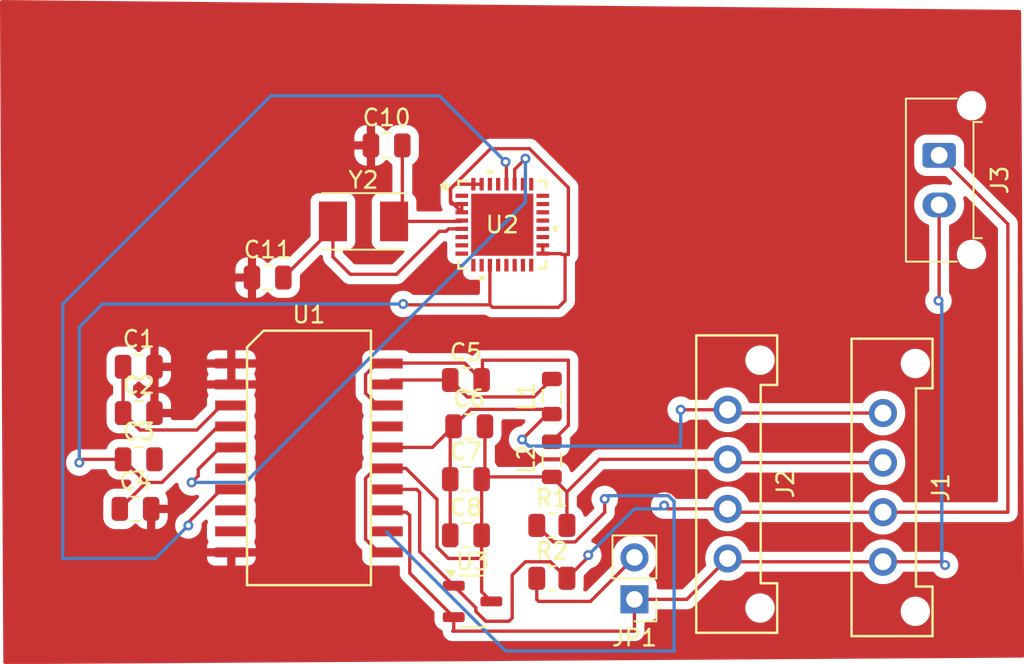
<source format=kicad_pcb>
(kicad_pcb (version 20240108) (generator "pcbnew") (generator_version "8.0")
  (layers (0 "F.Cu" signal) (31 "B.Cu" signal) (34 "B.Paste" user) (35 "F.Paste" user) (36 "B.SilkS" user "B.Silkscreen") (37 "F.SilkS" user "F.Silkscreen") (38 "B.Mask" user) (39 "F.Mask" user) (44 "Edge.Cuts" user))
  (net 0 "")
  (net 1 "GND")
  (net 2 "+5V")
  (net 3 "+3V3")
  (net 4 "Net-(U1-V_ISO_Out)")
  (net 5 "Net-(C5-Pad2)")
  (net 6 "Net-(J1-Pin_2)")
  (net 7 "Net-(J1-Pin_1)")
  (net 8 "/CAN_H")
  (net 9 "/CAN_L")
  (net 10 "/TERM_H")
  (net 11 "/RSlope")
  (net 12 "Net-(U1-RX)")
  (net 17 "Net-(U1-TX)")
  (net 24 "Net-(U2-GPIO0{slash}XTAL_32K_P)")
  (net 31 "+3.3V")
  (net 37 "Net-(U2-GPIO1{slash}XTAL_32K_N)")
  (footprint "Capacitor_SMD:C_0805_2012Metric" (layer "F.Cu") (at 121.4 81.6)
    (property "Reference" "C11" (at 0 -1.68 0) (layer "F.SilkS"))
    (property "Value" "18pf")
    (fp_line (start -0.261252 -0.735) (end 0.261252 -0.735) (stroke (width 0.12)) (layer "F.SilkS"))
    (fp_line (start -0.261252 0.735) (end 0.261252 0.735) (stroke (width 0.12)) (layer "F.SilkS"))
    (pad "1" smd roundrect (at -0.95 0) (size 1 1.45) (layers "F.Cu" "F.Paste" "F.Mask") (net 1 "GND"))
    (pad "2" smd roundrect (at 0.95 0) (size 1 1.45) (layers "F.Cu" "F.Paste" "F.Mask") (net 37 "Net-(U2-GPIO1{slash}XTAL_32K_N)"))
  )
  (footprint "Inductor_SMD:L_0805_2012Metric" (layer "F.Cu") (at 138.6 88.8 90)
    (property "Reference" "L1" (at 0 -1.55 90) (layer "F.SilkS"))
    (property "Value" "1.8k")
    (fp_line (start -0.399622 -0.56) (end 0.399622 -0.56) (stroke (width 0.12)) (layer "F.SilkS"))
    (fp_line (start -0.399622 0.56) (end 0.399622 0.56) (stroke (width 0.12)) (layer "F.SilkS"))
    (pad "1" smd roundrect (at -1.0625 0 90) (size 0.875 1.2) (layers "F.Cu" "F.Paste" "F.Mask") (net 7 "Net-(J1-Pin_1)"))
    (pad "2" smd roundrect (at 1.0625 0 90) (size 0.875 1.2) (layers "F.Cu" "F.Paste" "F.Mask") (net 4 "Net-(U1-V_ISO_Out)"))
  )
  (footprint "Resistor_SMD:R_0805_2012Metric" (layer "F.Cu") (at 138.6 96.6)
    (property "Reference" "R1" (at 0 -1.65 0) (layer "F.SilkS"))
    (property "Value" "0")
    (fp_line (start -0.227064 -0.735) (end 0.227064 -0.735) (stroke (width 0.12)) (layer "F.SilkS"))
    (fp_line (start -0.227064 0.735) (end 0.227064 0.735) (stroke (width 0.12)) (layer "F.SilkS"))
    (pad "1" smd roundrect (at -0.9125 0) (size 1.025 1.4) (layers "F.Cu" "F.Paste" "F.Mask") (roundrect_rratio 0.243902) (net 11 "/RSlope"))
    (pad "2" smd roundrect (at 0.9125 0) (size 1.025 1.4) (layers "F.Cu" "F.Paste" "F.Mask") (roundrect_rratio 0.243902) (net 6 "Net-(J1-Pin_2)"))
  )
  (footprint "Capacitor_SMD:C_0805_2012Metric" (layer "F.Cu") (at 133.4 93.8)
    (property "Reference" "C7" (at 0 -1.68 0) (layer "F.SilkS"))
    (property "Value" "0.1uF")
    (fp_line (start -0.261252 -0.735) (end 0.261252 -0.735) (stroke (width 0.12)) (layer "F.SilkS"))
    (fp_line (start -0.261252 0.735) (end 0.261252 0.735) (stroke (width 0.12)) (layer "F.SilkS"))
    (pad "1" smd roundrect (at -0.95 0) (size 1 1.45) (layers "F.Cu" "F.Paste" "F.Mask") (net 7 "Net-(J1-Pin_1)"))
    (pad "2" smd roundrect (at 0.95 0) (size 1 1.45) (layers "F.Cu" "F.Paste" "F.Mask") (net 6 "Net-(J1-Pin_2)"))
  )
  (footprint "Capacitor_SMD:C_0805_2012Metric" (layer "F.Cu") (at 113.6 87)
    (property "Reference" "C1" (at 0 -1.68 0) (layer "F.SilkS"))
    (property "Value" "10uF")
    (fp_line (start -0.261252 -0.735) (end 0.261252 -0.735) (stroke (width 0.12)) (layer "F.SilkS"))
    (fp_line (start -0.261252 0.735) (end 0.261252 0.735) (stroke (width 0.12)) (layer "F.SilkS"))
    (pad "1" smd roundrect (at -0.95 0) (size 1 1.45) (layers "F.Cu" "F.Paste" "F.Mask") (net 2 "+5V"))
    (pad "2" smd roundrect (at 0.95 0) (size 1 1.45) (layers "F.Cu" "F.Paste" "F.Mask") (net 1 "GND"))
  )
  (footprint "Capacitor_SMD:C_0805_2012Metric" (layer "F.Cu") (at 128.6 73.6)
    (property "Reference" "C10" (at 0 -1.68 0) (layer "F.SilkS"))
    (property "Value" "18Pf")
    (fp_line (start -0.261252 -0.735) (end 0.261252 -0.735) (stroke (width 0.12)) (layer "F.SilkS"))
    (fp_line (start -0.261252 0.735) (end 0.261252 0.735) (stroke (width 0.12)) (layer "F.SilkS"))
    (pad "1" smd roundrect (at -0.95 0) (size 1 1.45) (layers "F.Cu" "F.Paste" "F.Mask") (net 1 "GND"))
    (pad "2" smd roundrect (at 0.95 0) (size 1 1.45) (layers "F.Cu" "F.Paste" "F.Mask") (net 24 "Net-(U2-GPIO0{slash}XTAL_32K_P)"))
  )
  (footprint "Capacitor_SMD:C_0805_2012Metric" (layer "F.Cu") (at 133.4 87.8)
    (property "Reference" "C5" (at 0 -1.68 0) (layer "F.SilkS"))
    (property "Value" "0.22uF")
    (fp_line (start -0.261252 -0.735) (end 0.261252 -0.735) (stroke (width 0.12)) (layer "F.SilkS"))
    (fp_line (start -0.261252 0.735) (end 0.261252 0.735) (stroke (width 0.12)) (layer "F.SilkS"))
    (pad "1" smd roundrect (at -0.95 0) (size 1 1.45) (layers "F.Cu" "F.Paste" "F.Mask") (net 4 "Net-(U1-V_ISO_Out)"))
    (pad "2" smd roundrect (at 0.95 0) (size 1 1.45) (layers "F.Cu" "F.Paste" "F.Mask") (net 5 "Net-(C5-Pad2)"))
  )
  (footprint "ESP32_C3:QFN32_5X5_EXP" (layer "F.Cu") (at 135.6 78.4)
    (property "Reference" "U2" (at 0 0 0) (layer "F.SilkS"))
    (property "Value" "ESP32-C3")
    (fp_line (start -2.6543 -2.6543) (end -2.6543 -2.209739) (stroke (width 0.1524)) (layer "F.SilkS"))
    (fp_line (start -2.6543 2.209739) (end -2.6543 2.6543) (stroke (width 0.1524)) (layer "F.SilkS"))
    (fp_line (start -2.6543 2.6543) (end -2.209739 2.6543) (stroke (width 0.1524)) (layer "F.SilkS"))
    (fp_line (start -2.209739 -2.6543) (end -2.6543 -2.6543) (stroke (width 0.1524)) (layer "F.SilkS"))
    (fp_line (start 2.209739 2.6543) (end 2.6543 2.6543) (stroke (width 0.1524)) (layer "F.SilkS"))
    (fp_line (start 2.6543 -2.6543) (end 2.209739 -2.6543) (stroke (width 0.1524)) (layer "F.SilkS"))
    (fp_line (start 2.6543 -2.209739) (end 2.6543 -2.6543) (stroke (width 0.1524)) (layer "F.SilkS"))
    (fp_line (start 2.6543 2.6543) (end 2.6543 2.209739) (stroke (width 0.1524)) (layer "F.SilkS"))
    (fp_poly (pts (xy -1.4405 3.0861) (xy -1.4405 3.3401) (xy -1.0595 3.3401) (xy -1.0595 3.0861)) (fill solid) (layer "F.SilkS"))
    (fp_poly (pts (xy -0.940501 -3.0861) (xy -0.940501 -3.3401) (xy -0.559501 -3.3401) (xy -0.559501 -3.0861)) (fill solid) (layer "F.SilkS"))
    (fp_poly (pts (xy 3.3401 0.059499) (xy 3.3401 0.4405) (xy 3.0861 0.4405) (xy 3.0861 0.059499)) (fill solid) (layer "F.SilkS"))
    (fp_text user "*" (at -3.4671 -2 0) (layer "F.SilkS"))
    (fp_text user "*" (at -3.4671 -2 0) (layer "F.SilkS"))
    (pad "1" smd rect (at -2.4511 -1.749999 90) (size 0.254 0.762) (layers "F.Cu" "F.Paste" "F.Mask"))
    (pad "2" smd rect (at -2.4511 -1.25 90) (size 0.254 0.762) (layers "F.Cu" "F.Paste" "F.Mask") (net 3 "+3V3"))
    (pad "3" smd rect (at -2.4511 -0.750001 90) (size 0.254 0.762) (layers "F.Cu" "F.Paste" "F.Mask") (net 3 "+3V3"))
    (pad "4" smd rect (at -2.4511 -0.25 90) (size 0.254 0.762) (layers "F.Cu" "F.Paste" "F.Mask") (net 24 "Net-(U2-GPIO0{slash}XTAL_32K_P)"))
    (pad "5" smd rect (at -2.4511 0.25 90) (size 0.254 0.762) (layers "F.Cu" "F.Paste" "F.Mask") (net 37 "Net-(U2-GPIO1{slash}XTAL_32K_N)"))
    (pad "6" smd rect (at -2.4511 0.750001 90) (size 0.254 0.762) (layers "F.Cu" "F.Paste" "F.Mask"))
    (pad "7" smd rect (at -2.4511 1.25 90) (size 0.254 0.762) (layers "F.Cu" "F.Paste" "F.Mask") (net 31 "+3.3V"))
    (pad "8" smd rect (at -2.4511 1.749999 90) (size 0.254 0.762) (layers "F.Cu" "F.Paste" "F.Mask"))
    (pad "9" smd rect (at -1.749999 2.4511) (size 0.254 0.762) (layers "F.Cu" "F.Paste" "F.Mask"))
    (pad "10" smd rect (at -1.25 2.4511) (size 0.254 0.762) (layers "F.Cu" "F.Paste" "F.Mask"))
    (pad "11" smd rect (at -0.750001 2.4511) (size 0.254 0.762) (layers "F.Cu" "F.Paste" "F.Mask") (net 3 "+3V3"))
    (pad "12" smd rect (at -0.25 2.4511) (size 0.254 0.762) (layers "F.Cu" "F.Paste" "F.Mask"))
    (pad "13" smd rect (at 0.25 2.4511) (size 0.254 0.762) (layers "F.Cu" "F.Paste" "F.Mask"))
    (pad "14" smd rect (at 0.750001 2.4511) (size 0.254 0.762) (layers "F.Cu" "F.Paste" "F.Mask"))
    (pad "15" smd rect (at 1.25 2.4511) (size 0.254 0.762) (layers "F.Cu" "F.Paste" "F.Mask"))
    (pad "16" smd rect (at 1.749999 2.4511) (size 0.254 0.762) (layers "F.Cu" "F.Paste" "F.Mask"))
    (pad "17" smd rect (at 2.4511 1.749999 90) (size 0.254 0.762) (layers "F.Cu" "F.Paste" "F.Mask") (net 3 "+3V3"))
    (pad "18" smd rect (at 2.4511 1.25 90) (size 0.254 0.762) (layers "F.Cu" "F.Paste" "F.Mask") (net 3 "+3V3"))
    (pad "19" smd rect (at 2.4511 0.750001 90) (size 0.254 0.762) (layers "F.Cu" "F.Paste" "F.Mask"))
    (pad "20" smd rect (at 2.4511 0.25 90) (size 0.254 0.762) (layers "F.Cu" "F.Paste" "F.Mask"))
    (pad "21" smd rect (at 2.4511 -0.25 90) (size 0.254 0.762) (layers "F.Cu" "F.Paste" "F.Mask"))
    (pad "22" smd rect (at 2.4511 -0.750001 90) (size 0.254 0.762) (layers "F.Cu" "F.Paste" "F.Mask"))
    (pad "23" smd rect (at 2.4511 -1.25 90) (size 0.254 0.762) (layers "F.Cu" "F.Paste" "F.Mask"))
    (pad "24" smd rect (at 2.4511 -1.749999 90) (size 0.254 0.762) (layers "F.Cu" "F.Paste" "F.Mask"))
    (pad "25" smd rect (at 1.749999 -2.4511) (size 0.254 0.762) (layers "F.Cu" "F.Paste" "F.Mask"))
    (pad "26" smd rect (at 1.25 -2.4511) (size 0.254 0.762) (layers "F.Cu" "F.Paste" "F.Mask"))
    (pad "27" smd rect (at 0.750001 -2.4511) (size 0.254 0.762) (layers "F.Cu" "F.Paste" "F.Mask") (net 12 "Net-(U1-RX)"))
    (pad "28" smd rect (at 0.25 -2.4511) (size 0.254 0.762) (layers "F.Cu" "F.Paste" "F.Mask") (net 17 "Net-(U1-TX)"))
    (pad "29" smd rect (at -0.25 -2.4511) (size 0.254 0.762) (layers "F.Cu" "F.Paste" "F.Mask"))
    (pad "30" smd rect (at -0.750001 -2.4511) (size 0.254 0.762) (layers "F.Cu" "F.Paste" "F.Mask"))
    (pad "31" smd rect (at -1.25 -2.4511) (size 0.254 0.762) (layers "F.Cu" "F.Paste" "F.Mask") (net 3 "+3V3"))
    (pad "32" smd rect (at -1.749999 -2.4511) (size 0.254 0.762) (layers "F.Cu" "F.Paste" "F.Mask") (net 3 "+3V3"))
    (pad "33" smd rect (at 0 0) (size 3.7592 3.7592) (layers "F.Cu" "F.Paste" "F.Mask") (net 1 "GND"))
  )
  (footprint "Connector_PinHeader_2.54mm:PinHeader_1x02_P2.54mm_Vertical" (layer "F.Cu") (at 143.6 101.075 180)
    (property "Reference" "JP1" (at 0 -2.33 0) (layer "F.SilkS"))
    (property "Value" "Termination Resistors")
    (fp_line (start 1.33 1.27) (end 1.33 3.87) (stroke (width 0.12)) (layer "F.SilkS"))
    (fp_line (start -1.33 3.87) (end 1.33 3.87) (stroke (width 0.12)) (layer "F.SilkS"))
    (fp_line (start -1.33 1.27) (end 1.33 1.27) (stroke (width 0.12)) (layer "F.SilkS"))
    (fp_line (start -1.33 1.27) (end -1.33 3.87) (stroke (width 0.12)) (layer "F.SilkS"))
    (fp_line (start -1.33 0) (end -1.33 -1.33) (stroke (width 0.12)) (layer "F.SilkS"))
    (fp_line (start -1.33 -1.33) (end 0 -1.33) (stroke (width 0.12)) (layer "F.SilkS"))
    (pad "1" thru_hole rect (at 0 0 180) (size 1.7 1.7) (drill 1) (layers "*.Cu" "*.Mask") (net 9 "/CAN_L"))
    (pad "2" thru_hole oval (at 0 2.54 180) (size 1.7 1.7) (drill 1) (layers "*.Cu" "*.Mask") (net 10 "/TERM_H"))
  )
  (footprint "Crystal:Crystal_SMD_TXC_7A-2Pin_5x3.2mm" (layer "F.Cu") (at 127.2 78.2)
    (property "Reference" "Y2" (at 0 -2.5 0) (layer "F.SilkS"))
    (property "Value" "Crystal")
    (fp_line (start -2.5 -1.71) (end 2.5 -1.71) (stroke (width 0.12)) (layer "F.SilkS"))
    (fp_line (start -2.5 1.71) (end 2.5 1.71) (stroke (width 0.12)) (layer "F.SilkS"))
    (pad "1" smd rect (at -1.85 0) (size 1.7 2.4) (layers "F.Cu" "F.Paste" "F.Mask") (net 37 "Net-(U2-GPIO1{slash}XTAL_32K_N)"))
    (pad "2" smd rect (at 1.85 0) (size 1.7 2.4) (layers "F.Cu" "F.Paste" "F.Mask") (net 24 "Net-(U2-GPIO0{slash}XTAL_32K_P)"))
  )
  (footprint "Package_TO_SOT_SMD:SOT-23-3" (layer "F.Cu") (at 133.8 101.2)
    (property "Reference" "U3" (at 0 -2.4 0) (layer "F.SilkS"))
    (property "Value" "CDSOT23-T24CAN")
    (fp_line (start 0 -1.56) (end -0.8 -1.56) (stroke (width 0.12)) (layer "F.SilkS"))
    (fp_line (start 0 -1.56) (end 0.8 -1.56) (stroke (width 0.12)) (layer "F.SilkS"))
    (fp_line (start 0 1.56) (end -0.8 1.56) (stroke (width 0.12)) (layer "F.SilkS"))
    (fp_line (start 0 1.56) (end 0.8 1.56) (stroke (width 0.12)) (layer "F.SilkS"))
    (fp_poly (pts (xy -1.3 -1.51) (xy -1.54 -1.84) (xy -1.06 -1.84) (xy -1.3 -1.51)) (stroke (width 0.12)) (fill solid) (layer "F.SilkS"))
    (pad "1" smd roundrect (at -1.1375 -0.95) (size 1.325 0.6) (layers "F.Cu" "F.Paste" "F.Mask") (net 8 "/CAN_H"))
    (pad "2" smd roundrect (at -1.1375 0.95) (size 1.325 0.6) (layers "F.Cu" "F.Paste" "F.Mask") (net 9 "/CAN_L"))
    (pad "3" smd roundrect (at 1.1375 0) (size 1.325 0.6) (layers "F.Cu" "F.Paste" "F.Mask") (net 6 "Net-(J1-Pin_2)"))
  )
  (footprint "Capacitor_SMD:C_0805_2012Metric" (layer "F.Cu") (at 133.6 90.6)
    (property "Reference" "C6" (at 0 -1.68 0) (layer "F.SilkS"))
    (property "Value" "10uF")
    (fp_line (start -0.261252 -0.735) (end 0.261252 -0.735) (stroke (width 0.12)) (layer "F.SilkS"))
    (fp_line (start -0.261252 0.735) (end 0.261252 0.735) (stroke (width 0.12)) (layer "F.SilkS"))
    (pad "1" smd roundrect (at -0.95 0) (size 1 1.45) (layers "F.Cu" "F.Paste" "F.Mask") (net 7 "Net-(J1-Pin_1)"))
    (pad "2" smd roundrect (at 0.95 0) (size 1 1.45) (layers "F.Cu" "F.Paste" "F.Mask") (net 6 "Net-(J1-Pin_2)"))
  )
  (footprint "Resistor_SMD:R_0805_2012Metric" (layer "F.Cu") (at 138.6 99.8)
    (property "Reference" "R2" (at 0 -1.65 0) (layer "F.SilkS"))
    (property "Value" "120")
    (fp_line (start -0.227064 -0.735) (end 0.227064 -0.735) (stroke (width 0.12)) (layer "F.SilkS"))
    (fp_line (start -0.227064 0.735) (end 0.227064 0.735) (stroke (width 0.12)) (layer "F.SilkS"))
    (pad "1" smd roundrect (at -0.9125 0) (size 1.025 1.4) (layers "F.Cu" "F.Paste" "F.Mask") (roundrect_rratio 0.243902) (net 10 "/TERM_H"))
    (pad "2" smd roundrect (at 0.9125 0) (size 1.025 1.4) (layers "F.Cu" "F.Paste" "F.Mask") (roundrect_rratio 0.243902) (net 8 "/CAN_H"))
  )
  (footprint "Inductor_SMD:L_0805_2012Metric" (layer "F.Cu") (at 138.6 92.6 90)
    (property "Reference" "L2" (at 0 -1.55 90) (layer "F.SilkS"))
    (property "Value" "1.8k")
    (fp_line (start -0.399622 -0.56) (end 0.399622 -0.56) (stroke (width 0.12)) (layer "F.SilkS"))
    (fp_line (start -0.399622 0.56) (end 0.399622 0.56) (stroke (width 0.12)) (layer "F.SilkS"))
    (pad "1" smd roundrect (at -1.0625 0 90) (size 0.875 1.2) (layers "F.Cu" "F.Paste" "F.Mask") (net 6 "Net-(J1-Pin_2)"))
    (pad "2" smd roundrect (at 1.0625 0 90) (size 0.875 1.2) (layers "F.Cu" "F.Paste" "F.Mask") (net 5 "Net-(C5-Pad2)"))
  )
  (footprint "Capacitor_SMD:C_0805_2012Metric" (layer "F.Cu") (at 113.6 92.6)
    (property "Reference" "C3" (at 0 -1.68 0) (layer "F.SilkS"))
    (property "Value" "0.1uF")
    (fp_line (start -0.261252 -0.735) (end 0.261252 -0.735) (stroke (width 0.12)) (layer "F.SilkS"))
    (fp_line (start -0.261252 0.735) (end 0.261252 0.735) (stroke (width 0.12)) (layer "F.SilkS"))
    (pad "1" smd roundrect (at -0.95 0) (size 1 1.45) (layers "F.Cu" "F.Paste" "F.Mask") (net 3 "+3V3"))
    (pad "2" smd roundrect (at 0.95 0) (size 1 1.45) (layers "F.Cu" "F.Paste" "F.Mask") (net 1 "GND"))
  )
  (footprint "Capacitor_SMD:C_0805_2012Metric" (layer "F.Cu") (at 113.4 95.6)
    (property "Reference" "C4" (at 0 -1.68 0) (layer "F.SilkS"))
    (property "Value" "0.01uF")
    (fp_line (start -0.261252 -0.735) (end 0.261252 -0.735) (stroke (width 0.12)) (layer "F.SilkS"))
    (fp_line (start -0.261252 0.735) (end 0.261252 0.735) (stroke (width 0.12)) (layer "F.SilkS"))
    (pad "1" smd roundrect (at -0.95 0) (size 1 1.45) (layers "F.Cu" "F.Paste" "F.Mask") (net 3 "+3V3"))
    (pad "2" smd roundrect (at 0.95 0) (size 1 1.45) (layers "F.Cu" "F.Paste" "F.Mask") (net 1 "GND"))
  )
  (footprint "UTSVT_Connectors:Molex_MicroFit3.0_1x4xP3.00mm_PolarizingPeg_Vertical" (layer "F.Cu") (at 149.24 89.6 -90)
    (property "Reference" "J2" (at 4.5 -3.5 90) (layer "F.SilkS"))
    (property "Value" "CAN_OUT")
    (fp_line (start -4.5 1.9) (end -4.5 -3) (stroke (width 0.15)) (layer "F.SilkS"))
    (fp_line (start 13.5 1.9) (end -4.5 1.9) (stroke (width 0.15)) (layer "F.SilkS"))
    (fp_line (start -1.5 -2) (end 10.5 -2) (stroke (width 0.15)) (layer "F.SilkS"))
    (fp_line (start 10.5 -2) (end 10.5 -3) (stroke (width 0.15)) (layer "F.SilkS"))
    (fp_line (start -4.5 -3) (end -1.5 -3) (stroke (width 0.15)) (layer "F.SilkS"))
    (fp_line (start -1.5 -3) (end -1.5 -2) (stroke (width 0.15)) (layer "F.SilkS"))
    (fp_line (start 10.5 -3) (end 13.5 -3) (stroke (width 0.15)) (layer "F.SilkS"))
    (fp_line (start 13.5 -3) (end 13.5 1.9) (stroke (width 0.15)) (layer "F.SilkS"))
    (pad "" np_thru_hole circle (at -3 -1.96 270) (size 1.27 1.27) (drill 1.27) (layers "*.Cu" "*.Mask"))
    (pad "" np_thru_hole circle (at 12 -1.96 270) (size 1.27 1.27) (drill 1.27) (layers "*.Cu" "*.Mask"))
    (pad "1" thru_hole circle (at 0 0 270) (size 1.7 1.7) (drill 1.02) (layers "*.Cu" "*.Mask") (net 7 "Net-(J1-Pin_1)"))
    (pad "2" thru_hole circle (at 3 0 270) (size 1.7 1.7) (drill 1.02) (layers "*.Cu" "*.Mask") (net 6 "Net-(J1-Pin_2)"))
    (pad "3" thru_hole circle (at 6 0 270) (size 1.7 1.7) (drill 1.02) (layers "*.Cu" "*.Mask") (net 8 "/CAN_H"))
    (pad "4" thru_hole circle (at 9 0 270) (size 1.7 1.7) (drill 1.02) (layers "*.Cu" "*.Mask") (net 9 "/CAN_L"))
  )
  (footprint "Capacitor_SMD:C_0805_2012Metric" (layer "F.Cu") (at 133.4 97.2)
    (property "Reference" "C8" (at 0 -1.68 0) (layer "F.SilkS"))
    (property "Value" "0.01uF")
    (fp_line (start -0.261252 -0.735) (end 0.261252 -0.735) (stroke (width 0.12)) (layer "F.SilkS"))
    (fp_line (start -0.261252 0.735) (end 0.261252 0.735) (stroke (width 0.12)) (layer "F.SilkS"))
    (pad "1" smd roundrect (at -0.95 0) (size 1 1.45) (layers "F.Cu" "F.Paste" "F.Mask") (net 7 "Net-(J1-Pin_1)"))
    (pad "2" smd roundrect (at 0.95 0) (size 1 1.45) (layers "F.Cu" "F.Paste" "F.Mask") (net 6 "Net-(J1-Pin_2)"))
  )
  (footprint "UTSVT_Connectors:Molex_MicroFit3.0_1x4xP3.00mm_PolarizingPeg_Vertical" (layer "F.Cu") (at 158.64 89.8 -90)
    (property "Reference" "J1" (at 4.5 -3.5 90) (layer "F.SilkS"))
    (property "Value" "CAN_IN")
    (fp_line (start -4.5 1.9) (end -4.5 -3) (stroke (width 0.15)) (layer "F.SilkS"))
    (fp_line (start 13.5 1.9) (end -4.5 1.9) (stroke (width 0.15)) (layer "F.SilkS"))
    (fp_line (start -1.5 -2) (end 10.5 -2) (stroke (width 0.15)) (layer "F.SilkS"))
    (fp_line (start 10.5 -2) (end 10.5 -3) (stroke (width 0.15)) (layer "F.SilkS"))
    (fp_line (start -4.5 -3) (end -1.5 -3) (stroke (width 0.15)) (layer "F.SilkS"))
    (fp_line (start -1.5 -3) (end -1.5 -2) (stroke (width 0.15)) (layer "F.SilkS"))
    (fp_line (start 10.5 -3) (end 13.5 -3) (stroke (width 0.15)) (layer "F.SilkS"))
    (fp_line (start 13.5 -3) (end 13.5 1.9) (stroke (width 0.15)) (layer "F.SilkS"))
    (pad "" np_thru_hole circle (at -3 -1.96 270) (size 1.27 1.27) (drill 1.27) (layers "*.Cu" "*.Mask"))
    (pad "" np_thru_hole circle (at 12 -1.96 270) (size 1.27 1.27) (drill 1.27) (layers "*.Cu" "*.Mask"))
    (pad "1" thru_hole circle (at 0 0 270) (size 1.7 1.7) (drill 1.02) (layers "*.Cu" "*.Mask") (net 7 "Net-(J1-Pin_1)"))
    (pad "2" thru_hole circle (at 3 0 270) (size 1.7 1.7) (drill 1.02) (layers "*.Cu" "*.Mask") (net 6 "Net-(J1-Pin_2)"))
    (pad "3" thru_hole circle (at 6 0 270) (size 1.7 1.7) (drill 1.02) (layers "*.Cu" "*.Mask") (net 8 "/CAN_H"))
    (pad "4" thru_hole circle (at 9 0 270) (size 1.7 1.7) (drill 1.02) (layers "*.Cu" "*.Mask") (net 9 "/CAN_L"))
  )
  (footprint "UTSVT_ICs:SOIC-20W_7.5x15.4mm_Pitch1.27mm" (layer "F.Cu") (at 123.9 92.515)
    (property "Reference" "U1" (at 0 -8.6614 0) (layer "F.SilkS"))
    (property "Value" "ADM3055E")
    (fp_line (start -3.75 -6.7) (end -2.75 -7.7) (stroke (width 0.15)) (layer "F.SilkS"))
    (fp_line (start -3.75 7.7) (end -3.75 -6.7) (stroke (width 0.15)) (layer "F.SilkS"))
    (fp_line (start -2.75 -7.7) (end 3.75 -7.7) (stroke (width 0.15)) (layer "F.SilkS"))
    (fp_line (start 3.75 -7.7) (end 3.75 7.7) (stroke (width 0.15)) (layer "F.SilkS"))
    (fp_line (start 3.75 7.7) (end -3.75 7.7) (stroke (width 0.15)) (layer "F.SilkS"))
    (pad "1" smd rect (at -4.7 -5.715) (size 1.95 0.6) (layers "F.Cu" "F.Paste" "F.Mask") (net 1 "GND"))
    (pad "2" smd rect (at -4.7 -4.445) (size 1.95 0.6) (layers "F.Cu" "F.Paste" "F.Mask") (net 1 "GND"))
    (pad "3" smd rect (at -4.7 -3.175) (size 1.95 0.6) (layers "F.Cu" "F.Paste" "F.Mask") (net 2 "+5V"))
    (pad "4" smd rect (at -4.7 -1.905) (size 1.95 0.6) (layers "F.Cu" "F.Paste" "F.Mask") (net 3 "+3V3"))
    (pad "5" smd rect (at -4.7 -0.635) (size 1.95 0.6) (layers "F.Cu" "F.Paste" "F.Mask") (net 12 "Net-(U1-RX)"))
    (pad "6" smd rect (at -4.7 0.635) (size 1.95 0.6) (layers "F.Cu" "F.Paste" "F.Mask"))
    (pad "7" smd rect (at -4.7 1.905) (size 1.95 0.6) (layers "F.Cu" "F.Paste" "F.Mask") (net 17 "Net-(U1-TX)"))
    (pad "8" smd rect (at -4.7 3.175) (size 1.95 0.6) (layers "F.Cu" "F.Paste" "F.Mask"))
    (pad "9" smd rect (at -4.7 4.445) (size 1.95 0.6) (layers "F.Cu" "F.Paste" "F.Mask"))
    (pad "10" smd rect (at -4.7 5.715) (size 1.95 0.6) (layers "F.Cu" "F.Paste" "F.Mask") (net 1 "GND"))
    (pad "11" smd rect (at 4.7 5.715) (size 1.95 0.6) (layers "F.Cu" "F.Paste" "F.Mask") (net 6 "Net-(J1-Pin_2)"))
    (pad "12" smd rect (at 4.7 4.445) (size 1.95 0.6) (layers "F.Cu" "F.Paste" "F.Mask") (net 11 "/RSlope"))
    (pad "13" smd rect (at 4.7 3.175) (size 1.95 0.6) (layers "F.Cu" "F.Paste" "F.Mask") (net 9 "/CAN_L"))
    (pad "14" smd rect (at 4.7 1.905) (size 1.95 0.6) (layers "F.Cu" "F.Paste" "F.Mask") (net 8 "/CAN_H"))
    (pad "15" smd rect (at 4.7 0.635) (size 1.95 0.6) (layers "F.Cu" "F.Paste" "F.Mask") (net 6 "Net-(J1-Pin_2)"))
    (pad "16" smd rect (at 4.7 -0.635) (size 1.95 0.6) (layers "F.Cu" "F.Paste" "F.Mask") (net 7 "Net-(J1-Pin_1)"))
    (pad "17" smd rect (at 4.7 -1.905) (size 1.95 0.6) (layers "F.Cu" "F.Paste" "F.Mask"))
    (pad "18" smd rect (at 4.7 -3.175) (size 1.95 0.6) (layers "F.Cu" "F.Paste" "F.Mask") (net 5 "Net-(C5-Pad2)"))
    (pad "19" smd rect (at 4.7 -4.445) (size 1.95 0.6) (layers "F.Cu" "F.Paste" "F.Mask") (net 4 "Net-(U1-V_ISO_Out)"))
    (pad "20" smd rect (at 4.7 -5.715) (size 1.95 0.6) (layers "F.Cu" "F.Paste" "F.Mask") (net 5 "Net-(C5-Pad2)"))
  )
  (footprint "Connector_Molex:Molex_Micro-Fit_3.0_43650-0215_1x02_P3.00mm_Vertical" (layer "F.Cu") (at 162.04 74.2 -90)
    (property "Reference" "J3" (at 1.5 -3.67 90) (layer "F.SilkS"))
    (property "Value" "CAN_DB9")
    (fp_line (start -3.435 2.01) (end 6.435 2.01) (stroke (width 0.12)) (layer "F.SilkS"))
    (fp_line (start 6.435 2.01) (end 6.435 -1.065) (stroke (width 0.12)) (layer "F.SilkS"))
    (fp_line (start -3.435 -1.065) (end -3.435 2.01) (stroke (width 0.12)) (layer "F.SilkS"))
    (fp_line (start -2.015 -2.08) (end 5.015 -2.08) (stroke (width 0.12)) (layer "F.SilkS"))
    (fp_line (start 5.015 -2.08) (end 5.015 -2.58) (stroke (width 0.12)) (layer "F.SilkS"))
    (fp_line (start -2.015 -2.58) (end -2.015 -2.08) (stroke (width 0.12)) (layer "F.SilkS"))
    (fp_line (start -1.995 -2.58) (end -2.015 -2.58) (stroke (width 0.12)) (layer "F.SilkS"))
    (fp_line (start 5.015 -2.58) (end 4.995 -2.58) (stroke (width 0.12)) (layer "F.SilkS"))
    (pad "" np_thru_hole circle (at -3 -1.96 270) (size 1.27 1.27) (drill 1.27) (layers "*.Cu" "*.Mask"))
    (pad "" np_thru_hole circle (at 6 -1.96 270) (size 1.27 1.27) (drill 1.27) (layers "*.Cu" "*.Mask"))
    (pad "1" thru_hole roundrect (at 0 0 270) (size 1.5 2.02) (drill 1.02) (layers "*.Cu" "*.Mask") (roundrect_rratio 0.166667) (net 8 "/CAN_H"))
    (pad "2" thru_hole oval (at 3 0 270) (size 1.5 2.02) (drill 1.02) (layers "*.Cu" "*.Mask") (net 9 "/CAN_L"))
  )
  (footprint "Capacitor_SMD:C_0805_2012Metric" (layer "F.Cu") (at 113.6 89.8)
    (property "Reference" "C2" (at 0 -1.68 0) (layer "F.SilkS"))
    (property "Value" "0.1uF")
    (fp_line (start -0.261252 -0.735) (end 0.261252 -0.735) (stroke (width 0.12)) (layer "F.SilkS"))
    (fp_line (start -0.261252 0.735) (end 0.261252 0.735) (stroke (width 0.12)) (layer "F.SilkS"))
    (pad "1" smd roundrect (at -0.95 0) (size 1 1.45) (layers "F.Cu" "F.Paste" "F.Mask") (net 2 "+5V"))
    (pad "2" smd roundrect (at 0.95 0) (size 1 1.45) (layers "F.Cu" "F.Paste" "F.Mask") (net 1 "GND"))
  )
  (segment (start 117.11 90.825) (end 118.595 89.34) (width 0.2) (layer "F.Cu") (net 2))
  (segment (start 113.675 90.825) (end 117.11 90.825) (width 0.2) (layer "F.Cu") (net 2))
  (segment (start 112.65 89.8) (end 113.675 90.825) (width 0.2) (layer "F.Cu") (net 2))
  (segment (start 112.65 87) (end 112.65 89.8) (width 0.2) (layer "F.Cu") (net 2))
  (segment (start 118.595 89.34) (end 119.2 89.34) (width 0.2) (layer "F.Cu") (net 2))
  (segment (start 129.649999 83.249999) (end 129.6 83.2) (width 0.2) (layer "F.Cu") (net 3))
  (segment (start 132.742001 75.9489) (end 133.850001 75.9489) (width 0.2) (layer "F.Cu") (net 3))
  (segment (start 132.4679 76.968999) (end 132.4679 76.223001) (width 0.2) (layer "F.Cu") (net 3))
  (segment (start 133.1489 77.15) (end 133.1489 77.649999) (width 0.2) (layer "F.Cu") (net 3))
  (segment (start 118.39 90.61) (end 119.2 90.61) (width 0.2) (layer "F.Cu") (net 3))
  (segment (start 139.6 80.2) (end 139.4 80.2) (width 0.2) (layer "F.Cu") (net 3))
  (segment (start 132.4679 76.223001) (end 134.890901 73.8) (width 0.2) (layer "F.Cu") (net 3))
  (segment (start 112.45 95.6) (end 114.05 94) (width 0.2) (layer "F.Cu") (net 3))
  (segment (start 134.890901 73.8) (end 137.248529 73.8) (width 0.2) (layer "F.Cu") (net 3))
  (segment (start 139 83.4) (end 139.4 83) (width 0.2) (layer "F.Cu") (net 3))
  (segment (start 134.849999 83.249999) (end 135 83.4) (width 0.2) (layer "F.Cu") (net 3))
  (segment (start 132.4679 76.223001) (end 132.742001 75.9489) (width 0.2) (layer "F.Cu") (net 3))
  (segment (start 134.849999 80.8511) (end 134.849999 83.249999) (width 0.2) (layer "F.Cu") (net 3))
  (segment (start 115 94) (end 118.39 90.61) (width 0.2) (layer "F.Cu") (net 3))
  (segment (start 132.4679 77.077001) (end 132.4679 76.223001) (width 0.2) (layer "F.Cu") (net 3))
  (segment (start 112.65 92.6) (end 114.05 94) (width 0.2) (layer "F.Cu") (net 3))
  (segment (start 133.1489 77.649999) (end 132.4679 76.968999) (width 0.2) (layer "F.Cu") (net 3))
  (segment (start 133.1489 77.15) (end 132.540899 77.15) (width 0.2) (layer "F.Cu") (net 3))
  (segment (start 139.6 76.151471) (end 139.6 80.2) (width 0.2) (layer "F.Cu") (net 3))
  (segment (start 110.2 92.6) (end 112.65 92.6) (width 0.2) (layer "F.Cu") (net 3))
  (segment (start 139.4 83) (end 139.4 80.2) (width 0.2) (layer "F.Cu") (net 3))
  (segment (start 135 83.4) (end 139 83.4) (width 0.2) (layer "F.Cu") (net 3))
  (segment (start 132.540899 77.15) (end 132.4679 77.077001) (width 0.2) (layer "F.Cu") (net 3))
  (segment (start 139.149999 80.149999) (end 138.0511 80.149999) (width 0.2) (layer "F.Cu") (net 3))
  (segment (start 138.0511 79.65) (end 138.0511 80.149999) (width 0.2) (layer "F.Cu") (net 3))
  (segment (start 114.05 94) (end 115 94) (width 0.2) (layer "F.Cu") (net 3))
  (segment (start 137.248529 73.8) (end 139.6 76.151471) (width 0.2) (layer "F.Cu") (net 3))
  (segment (start 110 92.8) (end 110.2 92.6) (width 0.2) (layer "F.Cu") (net 3))
  (segment (start 139.4 80.2) (end 139.2 80.2) (width 0.2) (layer "F.Cu") (net 3))
  (segment (start 134.849999 83.249999) (end 129.649999 83.249999) (width 0.2) (layer "F.Cu") (net 3))
  (segment (start 133.850001 75.9489) (end 134.35 75.9489) (width 0.2) (layer "F.Cu") (net 3))
  (segment (start 139.2 80.2) (end 139.149999 80.149999) (width 0.2) (layer "F.Cu") (net 3))
  (via (at 110 92.8) (size 0.6) (drill 0.3) (layers "F.Cu" "B.Cu") (net 3))
  (via (at 129.6 83.2) (size 0.6) (drill 0.3) (layers "F.Cu" "B.Cu") (net 3))
  (segment (start 110 84.6) (end 110 92.8) (width 0.2) (layer "B.Cu") (net 3))
  (segment (start 129.6 83.2) (end 111.4 83.2) (width 0.2) (layer "B.Cu") (net 3))
  (segment (start 111.4 83.2) (end 110 84.6) (width 0.2) (layer "B.Cu") (net 3))
  (segment (start 137.5125 88.825) (end 133.475 88.825) (width 0.2) (layer "F.Cu") (net 4))
  (segment (start 132.45 87.8) (end 128.87 87.8) (width 0.2) (layer "F.Cu") (net 4))
  (segment (start 133.475 88.825) (end 132.45 87.8) (width 0.2) (layer "F.Cu") (net 4))
  (segment (start 128.87 87.8) (end 128.6 88.07) (width 0.2) (layer "F.Cu") (net 4))
  (segment (start 138.6 87.7375) (end 137.5125 88.825) (width 0.2) (layer "F.Cu") (net 4))
  (segment (start 138.6 91.5375) (end 139.6 90.5375) (width 0.2) (layer "F.Cu") (net 5))
  (segment (start 133.325 86.775) (end 128.625 86.775) (width 0.2) (layer "F.Cu") (net 5))
  (segment (start 134.4 87.75) (end 134.35 87.8) (width 0.2) (layer "F.Cu") (net 5))
  (segment (start 134.4 86.6) (end 134.4 87.75) (width 0.2) (layer "F.Cu") (net 5))
  (segment (start 127.995 86.8) (end 127.325 87.47) (width 0.2) (layer "F.Cu") (net 5))
  (segment (start 139.6 86.6) (end 134.4 86.6) (width 0.2) (layer "F.Cu") (net 5))
  (segment (start 128.6 86.8) (end 127.995 86.8) (width 0.2) (layer "F.Cu") (net 5))
  (segment (start 128.625 86.775) (end 128.6 86.8) (width 0.2) (layer "F.Cu") (net 5))
  (segment (start 127.325 87.47) (end 127.325 88.6) (width 0.2) (layer "F.Cu") (net 5))
  (segment (start 139.6 90.5375) (end 139.6 86.6) (width 0.2) (layer "F.Cu") (net 5))
  (segment (start 134.35 87.8) (end 133.325 86.775) (width 0.2) (layer "F.Cu") (net 5))
  (segment (start 127.325 88.6) (end 128.065 89.34) (width 0.2) (layer "F.Cu") (net 5))
  (segment (start 128.065 89.34) (end 128.6 89.34) (width 0.2) (layer "F.Cu") (net 5))
  (segment (start 139.5125 94.575) (end 138.6 93.6625) (width 0.2) (layer "F.Cu") (net 6))
  (segment (start 128.120552 98.23) (end 128.6 98.23) (width 0.2) (layer "F.Cu") (net 6))
  (segment (start 127.325 97.434448) (end 128.120552 98.23) (width 0.2) (layer "F.Cu") (net 6))
  (segment (start 127.325 93.75) (end 127.325 97.434448) (width 0.2) (layer "F.Cu") (net 6))
  (segment (start 134.35 100.6125) (end 134.35 98.6) (width 0.2) (layer "F.Cu") (net 6))
  (segment (start 138.6 93.6625) (end 134.4875 93.6625) (width 0.2) (layer "F.Cu") (net 6))
  (segment (start 128.6 93.15) (end 129.775 93.15) (width 0.2) (layer "F.Cu") (net 6))
  (segment (start 149.44 92.8) (end 149.24 92.6) (width 0.2) (layer "F.Cu") (net 6))
  (segment (start 134.35 98.6) (end 134.35 97.2) (width 0.2) (layer "F.Cu") (net 6))
  (segment (start 141.4875 92.6) (end 139.5125 94.575) (width 0.2) (layer "F.Cu") (net 6))
  (segment (start 134.35 93.8) (end 134.35 97.2) (width 0.2) (layer "F.Cu") (net 6))
  (segment (start 132.340256 98.6) (end 134.35 98.6) (width 0.2) (layer "F.Cu") (net 6))
  (segment (start 128.6 93.15) (end 127.925 93.15) (width 0.2) (layer "F.Cu") (net 6))
  (segment (start 127.925 93.15) (end 127.325 93.75) (width 0.2) (layer "F.Cu") (net 6))
  (segment (start 131.65 95.025) (end 131.65 97.909744) (width 0.2) (layer "F.Cu") (net 6))
  (segment (start 134.4875 93.6625) (end 134.35 93.8) (width 0.2) (layer "F.Cu") (net 6))
  (segment (start 158.64 92.8) (end 149.44 92.8) (width 0.2) (layer "F.Cu") (net 6))
  (segment (start 131.65 97.909744) (end 132.340256 98.6) (width 0.2) (layer "F.Cu") (net 6))
  (segment (start 139.5125 96.6) (end 139.5125 94.575) (width 0.2) (layer "F.Cu") (net 6))
  (segment (start 134.55 90.6) (end 134.55 93.6) (width 0.2) (layer "F.Cu") (net 6))
  (segment (start 149.24 92.6) (end 141.4875 92.6) (width 0.2) (layer "F.Cu") (net 6))
  (segment (start 134.9375 101.2) (end 134.35 100.6125) (width 0.2) (layer "F.Cu") (net 6))
  (segment (start 129.775 93.15) (end 131.65 95.025) (width 0.2) (layer "F.Cu") (net 6))
  (segment (start 134.55 93.6) (end 134.35 93.8) (width 0.2) (layer "F.Cu") (net 6))
  (segment (start 138.3375 89.8625) (end 138.6 89.8625) (width 0.2) (layer "F.Cu") (net 7))
  (segment (start 132.45 90.8) (end 132.65 90.6) (width 0.2) (layer "F.Cu") (net 7))
  (segment (start 131.37 91.88) (end 128.6 91.88) (width 0.2) (layer "F.Cu") (net 7))
  (segment (start 149.44 89.8) (end 149.24 89.6) (width 0.2) (layer "F.Cu") (net 7))
  (segment (start 132.45 97.2) (end 132.45 93.8) (width 0.2) (layer "F.Cu") (net 7))
  (segment (start 136.8 91.4) (end 138.3375 89.8625) (width 0.2) (layer "F.Cu") (net 7))
  (segment (start 132.65 90.6) (end 131.37 91.88) (width 0.2) (layer "F.Cu") (net 7))
  (segment (start 158.64 89.8) (end 149.44 89.8) (width 0.2) (layer "F.Cu") (net 7))
  (segment (start 138.6 89.8625) (end 138.3125 89.575) (width 0.2) (layer "F.Cu") (net 7))
  (segment (start 132.45 93.8) (end 132.45 90.8) (width 0.2) (layer "F.Cu") (net 7))
  (segment (start 138.3125 89.575) (end 133.675 89.575) (width 0.2) (layer "F.Cu") (net 7))
  (segment (start 149.24 89.6) (end 146.4 89.6) (width 0.2) (layer "F.Cu") (net 7))
  (segment (start 133.675 89.575) (end 132.65 90.6) (width 0.2) (layer "F.Cu") (net 7))
  (via (at 136.8 91.4) (size 0.6) (drill 0.3) (layers "F.Cu" "B.Cu") (net 7))
  (via (at 146.4 89.6) (size 0.6) (drill 0.3) (layers "F.Cu" "B.Cu") (net 7))
  (segment (start 146.4 89.6) (end 146.4 91.8) (width 0.2) (layer "B.Cu") (net 7))
  (segment (start 137.2 91.8) (end 136.8 91.4) (width 0.2) (layer "B.Cu") (net 7))
  (segment (start 146.4 91.8) (end 137.2 91.8) (width 0.2) (layer "B.Cu") (net 7))
  (segment (start 136 102.4) (end 134.6 102.4) (width 0.2) (layer "F.Cu") (net 8))
  (segment (start 139.5125 99.8) (end 138.5125 98.8) (width 0.2) (layer "F.Cu") (net 8))
  (segment (start 158.64 95.8) (end 149.44 95.8) (width 0.2) (layer "F.Cu") (net 8))
  (segment (start 149.44 95.8) (end 149.24 95.6) (width 0.2) (layer "F.Cu") (net 8))
  (segment (start 166.2 78.36) (end 166.2 95.8) (width 0.2) (layer "F.Cu") (net 8))
  (segment (start 134.6 102.4) (end 134 101.8) (width 0.2) (layer "F.Cu") (net 8))
  (segment (start 138.5125 98.8) (end 137 98.8) (width 0.2) (layer "F.Cu") (net 8))
  (segment (start 130.6 98.1875) (end 130.6 94.6) (width 0.2) (layer "F.Cu") (net 8))
  (segment (start 137 98.8) (end 136.2 99.6) (width 0.2) (layer "F.Cu") (net 8))
  (segment (start 166.2 95.8) (end 158.64 95.8) (width 0.2) (layer "F.Cu") (net 8))
  (segment (start 149.24 95.6) (end 145.6 95.6) (width 0.2) (layer "F.Cu") (net 8))
  (segment (start 140.8 98.5125) (end 139.5125 99.8) (width 0.2) (layer "F.Cu") (net 8))
  (segment (start 140.8 98.4) (end 140.8 98.5125) (width 0.2) (layer "F.Cu") (net 8))
  (segment (start 134 101.8) (end 134 101.5875) (width 0.2) (layer "F.Cu") (net 8))
  (segment (start 130.6 94.6) (end 130.42 94.42) (width 0.2) (layer "F.Cu") (net 8))
  (segment (start 130.42 94.42) (end 128.6 94.42) (width 0.2) (layer "F.Cu") (net 8))
  (segment (start 136.2 99.6) (end 136.2 102.2) (width 0.2) (layer "F.Cu") (net 8))
  (segment (start 132.6625 100.25) (end 130.6 98.1875) (width 0.2) (layer "F.Cu") (net 8))
  (segment (start 134 101.5875) (end 132.6625 100.25) (width 0.2) (layer "F.Cu") (net 8))
  (segment (start 145.6 95.6) (end 145.4 95.4) (width 0.2) (layer "F.Cu") (net 8))
  (segment (start 136.2 102.2) (end 136 102.4) (width 0.2) (layer "F.Cu") (net 8))
  (segment (start 162.04 74.2) (end 166.2 78.36) (width 0.2) (layer "F.Cu") (net 8))
  (via (at 145.4 95.4) (size 0.6) (drill 0.3) (layers "F.Cu" "B.Cu") (net 8))
  (via (at 140.8 98.4) (size 0.6) (drill 0.3) (layers "F.Cu" "B.Cu") (net 8))
  (segment (start 145.4 95.4) (end 145.2 95.6) (width 0.2) (layer "B.Cu") (net 8))
  (segment (start 143.6 95.6) (end 140.8 98.4) (width 0.2) (layer "B.Cu") (net 8))
  (segment (start 145.2 95.6) (end 143.6 95.6) (width 0.2) (layer "B.Cu") (net 8))
  (segment (start 130 96) (end 129.8 95.8) (width 0.2) (layer "F.Cu") (net 9))
  (segment (start 162.4 99) (end 162.2 98.8) (width 0.2) (layer "F.Cu") (net 9))
  (segment (start 132.6625 102.9375) (end 132.6625 102.15) (width 0.2) (layer "F.Cu") (net 9))
  (segment (start 132.6 103) (end 132.6625 102.9375) (width 0.2) (layer "F.Cu") (net 9))
  (segment (start 128.71 95.8) (end 128.6 95.69) (width 0.2) (layer "F.Cu") (net 9))
  (segment (start 130 99.4875) (end 130 96) (width 0.2) (layer "F.Cu") (net 9))
  (segment (start 149.24 98.6) (end 146.765 101.075) (width 0.2) (layer "F.Cu") (net 9))
  (segment (start 143.6 103) (end 132.6 103) (width 0.2) (layer "F.Cu") (net 9))
  (segment (start 158.64 98.8) (end 149.44 98.8) (width 0.2) (layer "F.Cu") (net 9))
  (segment (start 132.6625 102.15) (end 130 99.4875) (width 0.2) (layer "F.Cu") (net 9))
  (segment (start 143.6 101.075) (end 143.6 103) (width 0.2) (layer "F.Cu") (net 9))
  (segment (start 162.04 77.2) (end 162.04 82.96) (width 0.2) (layer "F.Cu") (net 9))
  (segment (start 146.765 101.075) (end 143.6 101.075) (width 0.2) (layer "F.Cu") (net 9))
  (segment (start 149.44 98.8) (end 149.24 98.6) (width 0.2) (layer "F.Cu") (net 9))
  (segment (start 162.04 82.96) (end 162 83) (width 0.2) (layer "F.Cu") (net 9))
  (segment (start 129.8 95.8) (end 128.71 95.8) (width 0.2) (layer "F.Cu") (net 9))
  (segment (start 162.2 98.8) (end 158.64 98.8) (width 0.2) (layer "F.Cu") (net 9))
  (via (at 162.4 99) (size 0.6) (drill 0.3) (layers "F.Cu" "B.Cu") (net 9))
  (via (at 162 83) (size 0.6) (drill 0.3) (layers "F.Cu" "B.Cu") (net 9))
  (segment (start 162.2 83.2) (end 162.2 98.8) (width 0.2) (layer "B.Cu") (net 9))
  (segment (start 162 83) (end 162.2 83.2) (width 0.2) (layer "B.Cu") (net 9))
  (segment (start 162.2 98.8) (end 162.4 99) (width 0.2) (layer "B.Cu") (net 9))
  (segment (start 137.8 101.2) (end 137.6875 101.0875) (width 0.2) (layer "F.Cu") (net 10))
  (segment (start 143.6 98.535) (end 140.935 101.2) (width 0.2) (layer "F.Cu") (net 10))
  (segment (start 140.935 101.2) (end 137.8 101.2) (width 0.2) (layer "F.Cu") (net 10))
  (segment (start 137.6875 101.0875) (end 137.6875 99.8) (width 0.2) (layer "F.Cu") (net 10))
  (segment (start 137.6875 96.6) (end 138.6875 97.6) (width 0.2) (layer "F.Cu") (net 11))
  (segment (start 141.8 95.809744) (end 141.8 95) (width 0.2) (layer "F.Cu") (net 11))
  (segment (start 138.6875 97.6) (end 140.009744 97.6) (width 0.2) (layer "F.Cu") (net 11))
  (segment (start 140.009744 97.6) (end 141.8 95.809744) (width 0.2) (layer "F.Cu") (net 11))
  (via (at 141.8 95) (size 0.6) (drill 0.3) (layers "F.Cu" "B.Cu") (net 11))
  (segment (start 141.8 95) (end 142 94.8) (width 0.2) (layer "B.Cu") (net 11))
  (segment (start 135.8 104.2) (end 128.6 97) (width 0.2) (layer "B.Cu") (net 11))
  (segment (start 142 94.8) (end 145.648529 94.8) (width 0.2) (layer "B.Cu") (net 11))
  (segment (start 146 95.151471) (end 146 104.2) (width 0.2) (layer "B.Cu") (net 11))
  (segment (start 146 104.2) (end 135.8 104.2) (width 0.2) (layer "B.Cu") (net 11))
  (segment (start 145.648529 94.8) (end 146 95.151471) (width 0.2) (layer "B.Cu") (net 11))
  (segment (start 117.2 93.6) (end 117.2 93.205) (width 0.2) (layer "F.Cu") (net 12))
  (segment (start 136.350001 75.049999) (end 137 74.4) (width 0.2) (layer "F.Cu") (net 12))
  (segment (start 117.2 93.205) (end 118.525 91.88) (width 0.2) (layer "F.Cu") (net 12))
  (segment (start 118.525 91.88) (end 119.2 91.88) (width 0.2) (layer "F.Cu") (net 12))
  (segment (start 116.8 94) (end 117.2 93.6) (width 0.2) (layer "F.Cu") (net 12))
  (segment (start 136.350001 75.9489) (end 136.350001 75.049999) (width 0.2) (layer "F.Cu") (net 12))
  (via (at 137 74.4) (size 0.6) (drill 0.3) (layers "F.Cu" "B.Cu") (net 12))
  (via (at 116.8 94) (size 0.6) (drill 0.3) (layers "F.Cu" "B.Cu") (net 12))
  (segment (start 137 74.4) (end 137 77.048529) (width 0.2) (layer "B.Cu") (net 12))
  (segment (start 120.048529 94) (end 116.8 94) (width 0.2) (layer "B.Cu") (net 12))
  (segment (start 137 77.048529) (end 120.048529 94) (width 0.2) (layer "B.Cu") (net 12))
  (segment (start 135.85 74.65) (end 135.8 74.6) (width 0.2) (layer "F.Cu") (net 17))
  (segment (start 116.6 96.6) (end 116.6 96.415) (width 0.2) (layer "F.Cu") (net 17))
  (segment (start 118.595 94.42) (end 119.2 94.42) (width 0.2) (layer "F.Cu") (net 17))
  (segment (start 116.6 96.415) (end 118.595 94.42) (width 0.2) (layer "F.Cu") (net 17))
  (segment (start 135.85 75.9489) (end 135.85 74.65) (width 0.2) (layer "F.Cu") (net 17))
  (via (at 135.8 74.6) (size 0.6) (drill 0.3) (layers "F.Cu" "B.Cu") (net 17))
  (via (at 116.6 96.6) (size 0.6) (drill 0.3) (layers "F.Cu" "B.Cu") (net 17))
  (segment (start 114.6 98.6) (end 116.6 96.6) (width 0.2) (layer "B.Cu") (net 17))
  (segment (start 121.6 70.6) (end 109 83.2) (width 0.2) (layer "B.Cu") (net 17))
  (segment (start 135.8 74.6) (end 131.8 70.6) (width 0.2) (layer "B.Cu") (net 17))
  (segment (start 109 83.2) (end 109 98.6) (width 0.2) (layer "B.Cu") (net 17))
  (segment (start 131.8 70.6) (end 121.6 70.6) (width 0.2) (layer "B.Cu") (net 17))
  (segment (start 109 98.6) (end 114.6 98.6) (width 0.2) (layer "B.Cu") (net 17))
  (segment (start 133.0989 78.2) (end 133.1489 78.15) (width 0.2) (layer "F.Cu") (net 24))
  (segment (start 129.55 73.6) (end 129.55 77.7) (width 0.2) (layer "F.Cu") (net 24))
  (segment (start 129.55 77.7) (end 129.05 78.2) (width 0.2) (layer "F.Cu") (net 24))
  (segment (start 129.05 78.2) (end 133.0989 78.2) (width 0.2) (layer "F.Cu") (net 24))
  (segment (start 125.35 78.2) (end 125.35 80.35) (width 0.2) (layer "F.Cu") (net 37))
  (segment (start 126.4 81.4) (end 129.2 81.4) (width 0.2) (layer "F.Cu") (net 37))
  (segment (start 129.2 81.4) (end 131.8 78.8) (width 0.2) (layer "F.Cu") (net 37))
  (segment (start 131.8 78.8) (end 132.2 78.8) (width 0.2) (layer "F.Cu") (net 37))
  (segment (start 125.35 78.6) (end 122.35 81.6) (width 0.2) (layer "F.Cu") (net 37))
  (segment (start 132.2 78.8) (end 132.35 78.65) (width 0.2) (layer "F.Cu") (net 37))
  (segment (start 125.35 78.2) (end 125.35 78.6) (width 0.2) (layer "F.Cu") (net 37))
  (segment (start 125.35 80.35) (end 126.4 81.4) (width 0.2) (layer "F.Cu") (net 37))
  (segment (start 132.35 78.65) (end 133.1489 78.65) (width 0.2) (layer "F.Cu") (net 37))
  (zone (net 1) (net_name "GND") (layers "F&B.Cu") (connect_pads (clearance 0.5)) (min_thickness 0.25) (fill yes (thermal_gap 0.5) (thermal_bridge_width 0.5))
    (polygon (pts (xy 105.2 65) (xy 105.4 105) (xy 167.2 104.6) (xy 167 65.4) (xy 105.2 64.8)))
  )
)
</source>
